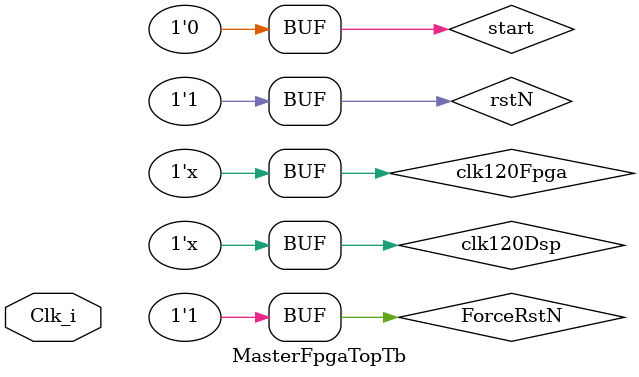
<source format=v>
`timescale 1ns / 1ps


module	MasterFpgaTopTb
(
	input	Clk_i
);

//================================================================================
//  REG/WIRE
	reg	clk120Dsp;
	reg	clk120Fpga;
	reg	start;
	reg	rstN;
	reg	ForceRstN;
	
	wire	[15:0]	data;
	wire	[24:0]	addr;
	wire	awe;
	wire	amsn;
	wire	aoe;
	wire	are;
	wire	[1:0]	be;
//================================================================================
//  LOCALPARAM
	
//================================================================================
//  ASSIGNMENTS	
	always	#4.2	clk120Dsp	=	~clk120Dsp;
	always	#4.2	clk120Fpga	=	~clk120Fpga;
//================================================================================
//  CODING

initial	begin
	rstN		=	0;
	ForceRstN	=	0;
	clk120Dsp	=	1;
	start		=	0;
	clk120Fpga	=	0;
	#20
	rstN		=	1;
	ForceRstN	=	1;
	#100
	start	=	1;
	#4.2
	start	=	0;
	
end

DspSramModel	DspSramInterface
(
	.Clk120MHz_i	(clk120Dsp),
	.RstN_i			(rstN),
	.SmcD_o			(data),
	.SmcA_o			(addr),
	.SmcAwe_o		(awe),
	.SmcAmsN_o		(amsn),
	.SmcAoe_o		(aoe),
	.SmcAre_o		(are),
	.SmcBe_o		(be),
	
	.Start_i		(start)
);

MasterFpgaTop	MasterFpgaTop
(
	.Clk_i		(clk120Fpga),
	.RstN_i		(rstN),
	.ForceRstN_i(ForceRstN),

	.SmcD_i		(data),
	.SmcA_i		(addr),
	.SmcAwe_i	(awe),
	.SmcAmsN_i	(amsn),
	.SmcAoe_i	(aoe),
	.SmcAre_i	(are),
	.SmcBe_i	(be),
	
	.Data_o		(),
	.Addr_o		(),
	.Val_o		()
);
endmodule
</source>
